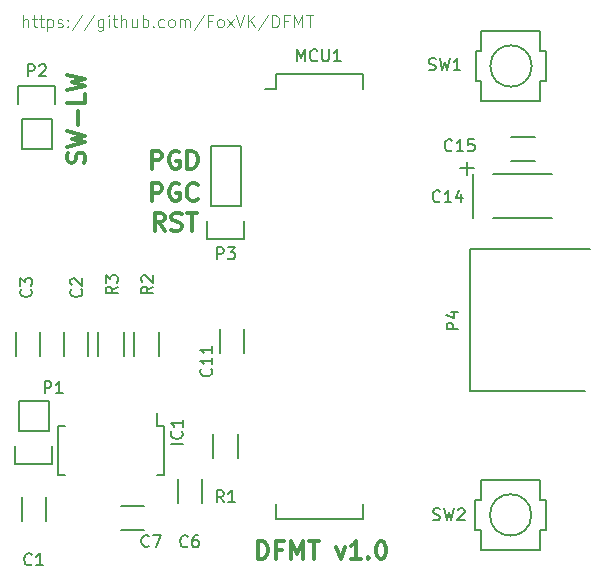
<source format=gto>
G04 #@! TF.FileFunction,Legend,Top*
%FSLAX45Y45*%
G04 Gerber Fmt 4.5, Leading zero omitted, Abs format (unit mm)*
G04 Created by KiCad (PCBNEW (2015-10-12 BZR 6264)-product) date Wed 14 Oct 2015 19:18:34 CEST*
%MOMM*%
G01*
G04 APERTURE LIST*
%ADD10C,0.100000*%
%ADD11C,0.120000*%
%ADD12C,0.300000*%
%ADD13C,0.150000*%
G04 APERTURE END LIST*
D10*
D11*
X170952Y-270238D02*
X170952Y-170238D01*
X213809Y-270238D02*
X213809Y-217857D01*
X209048Y-208333D01*
X199524Y-203571D01*
X185238Y-203571D01*
X175714Y-208333D01*
X170952Y-213095D01*
X247143Y-203571D02*
X285238Y-203571D01*
X261428Y-170238D02*
X261428Y-255952D01*
X266190Y-265476D01*
X275714Y-270238D01*
X285238Y-270238D01*
X304286Y-203571D02*
X342381Y-203571D01*
X318571Y-170238D02*
X318571Y-255952D01*
X323333Y-265476D01*
X332857Y-270238D01*
X342381Y-270238D01*
X375714Y-203571D02*
X375714Y-303571D01*
X375714Y-208333D02*
X385238Y-203571D01*
X404286Y-203571D01*
X413810Y-208333D01*
X418571Y-213095D01*
X423333Y-222619D01*
X423333Y-251190D01*
X418571Y-260714D01*
X413810Y-265476D01*
X404286Y-270238D01*
X385238Y-270238D01*
X375714Y-265476D01*
X461429Y-265476D02*
X470952Y-270238D01*
X490000Y-270238D01*
X499524Y-265476D01*
X504286Y-255952D01*
X504286Y-251190D01*
X499524Y-241667D01*
X490000Y-236905D01*
X475714Y-236905D01*
X466190Y-232143D01*
X461429Y-222619D01*
X461429Y-217857D01*
X466190Y-208333D01*
X475714Y-203571D01*
X490000Y-203571D01*
X499524Y-208333D01*
X547143Y-260714D02*
X551905Y-265476D01*
X547143Y-270238D01*
X542381Y-265476D01*
X547143Y-260714D01*
X547143Y-270238D01*
X547143Y-208333D02*
X551905Y-213095D01*
X547143Y-217857D01*
X542381Y-213095D01*
X547143Y-208333D01*
X547143Y-217857D01*
X666191Y-165476D02*
X580476Y-294048D01*
X770952Y-165476D02*
X685238Y-294048D01*
X847143Y-203571D02*
X847143Y-284524D01*
X842381Y-294048D01*
X837619Y-298810D01*
X828095Y-303571D01*
X813809Y-303571D01*
X804286Y-298810D01*
X847143Y-265476D02*
X837619Y-270238D01*
X818571Y-270238D01*
X809048Y-265476D01*
X804286Y-260714D01*
X799524Y-251190D01*
X799524Y-222619D01*
X804286Y-213095D01*
X809048Y-208333D01*
X818571Y-203571D01*
X837619Y-203571D01*
X847143Y-208333D01*
X894762Y-270238D02*
X894762Y-203571D01*
X894762Y-170238D02*
X890000Y-175000D01*
X894762Y-179762D01*
X899524Y-175000D01*
X894762Y-170238D01*
X894762Y-179762D01*
X928095Y-203571D02*
X966190Y-203571D01*
X942381Y-170238D02*
X942381Y-255952D01*
X947143Y-265476D01*
X956667Y-270238D01*
X966190Y-270238D01*
X999524Y-270238D02*
X999524Y-170238D01*
X1042381Y-270238D02*
X1042381Y-217857D01*
X1037619Y-208333D01*
X1028095Y-203571D01*
X1013809Y-203571D01*
X1004286Y-208333D01*
X999524Y-213095D01*
X1132857Y-203571D02*
X1132857Y-270238D01*
X1090000Y-203571D02*
X1090000Y-255952D01*
X1094762Y-265476D01*
X1104286Y-270238D01*
X1118572Y-270238D01*
X1128095Y-265476D01*
X1132857Y-260714D01*
X1180476Y-270238D02*
X1180476Y-170238D01*
X1180476Y-208333D02*
X1190000Y-203571D01*
X1209048Y-203571D01*
X1218572Y-208333D01*
X1223333Y-213095D01*
X1228095Y-222619D01*
X1228095Y-251190D01*
X1223333Y-260714D01*
X1218572Y-265476D01*
X1209048Y-270238D01*
X1190000Y-270238D01*
X1180476Y-265476D01*
X1270952Y-260714D02*
X1275714Y-265476D01*
X1270952Y-270238D01*
X1266191Y-265476D01*
X1270952Y-260714D01*
X1270952Y-270238D01*
X1361429Y-265476D02*
X1351905Y-270238D01*
X1332857Y-270238D01*
X1323333Y-265476D01*
X1318571Y-260714D01*
X1313810Y-251190D01*
X1313810Y-222619D01*
X1318571Y-213095D01*
X1323333Y-208333D01*
X1332857Y-203571D01*
X1351905Y-203571D01*
X1361429Y-208333D01*
X1418571Y-270238D02*
X1409048Y-265476D01*
X1404286Y-260714D01*
X1399524Y-251190D01*
X1399524Y-222619D01*
X1404286Y-213095D01*
X1409048Y-208333D01*
X1418571Y-203571D01*
X1432857Y-203571D01*
X1442381Y-208333D01*
X1447143Y-213095D01*
X1451905Y-222619D01*
X1451905Y-251190D01*
X1447143Y-260714D01*
X1442381Y-265476D01*
X1432857Y-270238D01*
X1418571Y-270238D01*
X1494762Y-270238D02*
X1494762Y-203571D01*
X1494762Y-213095D02*
X1499524Y-208333D01*
X1509048Y-203571D01*
X1523333Y-203571D01*
X1532857Y-208333D01*
X1537619Y-217857D01*
X1537619Y-270238D01*
X1537619Y-217857D02*
X1542381Y-208333D01*
X1551905Y-203571D01*
X1566190Y-203571D01*
X1575714Y-208333D01*
X1580476Y-217857D01*
X1580476Y-270238D01*
X1699524Y-165476D02*
X1613809Y-294048D01*
X1766190Y-217857D02*
X1732857Y-217857D01*
X1732857Y-270238D02*
X1732857Y-170238D01*
X1780476Y-170238D01*
X1832857Y-270238D02*
X1823333Y-265476D01*
X1818571Y-260714D01*
X1813809Y-251190D01*
X1813809Y-222619D01*
X1818571Y-213095D01*
X1823333Y-208333D01*
X1832857Y-203571D01*
X1847143Y-203571D01*
X1856667Y-208333D01*
X1861429Y-213095D01*
X1866190Y-222619D01*
X1866190Y-251190D01*
X1861429Y-260714D01*
X1856667Y-265476D01*
X1847143Y-270238D01*
X1832857Y-270238D01*
X1899524Y-270238D02*
X1951905Y-203571D01*
X1899524Y-203571D02*
X1951905Y-270238D01*
X1975714Y-170238D02*
X2009048Y-270238D01*
X2042381Y-170238D01*
X2075714Y-270238D02*
X2075714Y-170238D01*
X2132857Y-270238D02*
X2090000Y-213095D01*
X2132857Y-170238D02*
X2075714Y-227381D01*
X2247143Y-165476D02*
X2161429Y-294048D01*
X2280476Y-270238D02*
X2280476Y-170238D01*
X2304286Y-170238D01*
X2318572Y-175000D01*
X2328095Y-184524D01*
X2332857Y-194048D01*
X2337619Y-213095D01*
X2337619Y-227381D01*
X2332857Y-246429D01*
X2328095Y-255952D01*
X2318572Y-265476D01*
X2304286Y-270238D01*
X2280476Y-270238D01*
X2413810Y-217857D02*
X2380476Y-217857D01*
X2380476Y-270238D02*
X2380476Y-170238D01*
X2428095Y-170238D01*
X2466191Y-270238D02*
X2466191Y-170238D01*
X2499524Y-241667D01*
X2532857Y-170238D01*
X2532857Y-270238D01*
X2566191Y-170238D02*
X2623333Y-170238D01*
X2594762Y-270238D02*
X2594762Y-170238D01*
D12*
X1367857Y-1992857D02*
X1317857Y-1921429D01*
X1282143Y-1992857D02*
X1282143Y-1842857D01*
X1339286Y-1842857D01*
X1353572Y-1850000D01*
X1360714Y-1857143D01*
X1367857Y-1871429D01*
X1367857Y-1892857D01*
X1360714Y-1907143D01*
X1353572Y-1914286D01*
X1339286Y-1921429D01*
X1282143Y-1921429D01*
X1425000Y-1985714D02*
X1446429Y-1992857D01*
X1482143Y-1992857D01*
X1496429Y-1985714D01*
X1503571Y-1978571D01*
X1510714Y-1964286D01*
X1510714Y-1950000D01*
X1503571Y-1935714D01*
X1496429Y-1928571D01*
X1482143Y-1921429D01*
X1453571Y-1914286D01*
X1439286Y-1907143D01*
X1432143Y-1900000D01*
X1425000Y-1885714D01*
X1425000Y-1871429D01*
X1432143Y-1857143D01*
X1439286Y-1850000D01*
X1453571Y-1842857D01*
X1489286Y-1842857D01*
X1510714Y-1850000D01*
X1553571Y-1842857D02*
X1639286Y-1842857D01*
X1596429Y-1992857D02*
X1596429Y-1842857D01*
X1260714Y-1742857D02*
X1260714Y-1592857D01*
X1317857Y-1592857D01*
X1332143Y-1600000D01*
X1339286Y-1607143D01*
X1346429Y-1621429D01*
X1346429Y-1642857D01*
X1339286Y-1657143D01*
X1332143Y-1664286D01*
X1317857Y-1671429D01*
X1260714Y-1671429D01*
X1489286Y-1600000D02*
X1475000Y-1592857D01*
X1453571Y-1592857D01*
X1432143Y-1600000D01*
X1417857Y-1614286D01*
X1410714Y-1628571D01*
X1403571Y-1657143D01*
X1403571Y-1678571D01*
X1410714Y-1707143D01*
X1417857Y-1721429D01*
X1432143Y-1735714D01*
X1453571Y-1742857D01*
X1467857Y-1742857D01*
X1489286Y-1735714D01*
X1496429Y-1728571D01*
X1496429Y-1678571D01*
X1467857Y-1678571D01*
X1646429Y-1728571D02*
X1639286Y-1735714D01*
X1617857Y-1742857D01*
X1603571Y-1742857D01*
X1582143Y-1735714D01*
X1567857Y-1721429D01*
X1560714Y-1707143D01*
X1553571Y-1678571D01*
X1553571Y-1657143D01*
X1560714Y-1628571D01*
X1567857Y-1614286D01*
X1582143Y-1600000D01*
X1603571Y-1592857D01*
X1617857Y-1592857D01*
X1639286Y-1600000D01*
X1646429Y-1607143D01*
X1260714Y-1467857D02*
X1260714Y-1317857D01*
X1317857Y-1317857D01*
X1332143Y-1325000D01*
X1339286Y-1332143D01*
X1346429Y-1346429D01*
X1346429Y-1367857D01*
X1339286Y-1382143D01*
X1332143Y-1389286D01*
X1317857Y-1396429D01*
X1260714Y-1396429D01*
X1489286Y-1325000D02*
X1475000Y-1317857D01*
X1453571Y-1317857D01*
X1432143Y-1325000D01*
X1417857Y-1339286D01*
X1410714Y-1353571D01*
X1403571Y-1382143D01*
X1403571Y-1403571D01*
X1410714Y-1432143D01*
X1417857Y-1446429D01*
X1432143Y-1460714D01*
X1453571Y-1467857D01*
X1467857Y-1467857D01*
X1489286Y-1460714D01*
X1496429Y-1453571D01*
X1496429Y-1403571D01*
X1467857Y-1403571D01*
X1560714Y-1467857D02*
X1560714Y-1317857D01*
X1596429Y-1317857D01*
X1617857Y-1325000D01*
X1632143Y-1339286D01*
X1639286Y-1353571D01*
X1646429Y-1382143D01*
X1646429Y-1403571D01*
X1639286Y-1432143D01*
X1632143Y-1446429D01*
X1617857Y-1460714D01*
X1596429Y-1467857D01*
X1560714Y-1467857D01*
X685714Y-1417857D02*
X692857Y-1396429D01*
X692857Y-1360714D01*
X685714Y-1346429D01*
X678571Y-1339286D01*
X664286Y-1332143D01*
X650000Y-1332143D01*
X635714Y-1339286D01*
X628571Y-1346429D01*
X621429Y-1360714D01*
X614286Y-1389286D01*
X607143Y-1403571D01*
X600000Y-1410714D01*
X585714Y-1417857D01*
X571429Y-1417857D01*
X557143Y-1410714D01*
X550000Y-1403571D01*
X542857Y-1389286D01*
X542857Y-1353572D01*
X550000Y-1332143D01*
X542857Y-1282143D02*
X692857Y-1246429D01*
X585714Y-1217857D01*
X692857Y-1189286D01*
X542857Y-1153572D01*
X635714Y-1096429D02*
X635714Y-982143D01*
X692857Y-839286D02*
X692857Y-910714D01*
X542857Y-910714D01*
X542857Y-803571D02*
X692857Y-767857D01*
X585714Y-739286D01*
X692857Y-710714D01*
X542857Y-675000D01*
X2157514Y-4773457D02*
X2157514Y-4623457D01*
X2193229Y-4623457D01*
X2214657Y-4630600D01*
X2228943Y-4644886D01*
X2236086Y-4659171D01*
X2243229Y-4687743D01*
X2243229Y-4709171D01*
X2236086Y-4737743D01*
X2228943Y-4752029D01*
X2214657Y-4766314D01*
X2193229Y-4773457D01*
X2157514Y-4773457D01*
X2357514Y-4694886D02*
X2307514Y-4694886D01*
X2307514Y-4773457D02*
X2307514Y-4623457D01*
X2378943Y-4623457D01*
X2436086Y-4773457D02*
X2436086Y-4623457D01*
X2486086Y-4730600D01*
X2536086Y-4623457D01*
X2536086Y-4773457D01*
X2586086Y-4623457D02*
X2671800Y-4623457D01*
X2628943Y-4773457D02*
X2628943Y-4623457D01*
X2821800Y-4673457D02*
X2857514Y-4773457D01*
X2893229Y-4673457D01*
X3028943Y-4773457D02*
X2943229Y-4773457D01*
X2986086Y-4773457D02*
X2986086Y-4623457D01*
X2971800Y-4644886D01*
X2957514Y-4659171D01*
X2943229Y-4666314D01*
X3093229Y-4759171D02*
X3100371Y-4766314D01*
X3093229Y-4773457D01*
X3086086Y-4766314D01*
X3093229Y-4759171D01*
X3093229Y-4773457D01*
X3193229Y-4623457D02*
X3207514Y-4623457D01*
X3221800Y-4630600D01*
X3228943Y-4637743D01*
X3236086Y-4652029D01*
X3243229Y-4680600D01*
X3243229Y-4716314D01*
X3236086Y-4744886D01*
X3228943Y-4759171D01*
X3221800Y-4766314D01*
X3207514Y-4773457D01*
X3193229Y-4773457D01*
X3178943Y-4766314D01*
X3171800Y-4759171D01*
X3164657Y-4744886D01*
X3157514Y-4716314D01*
X3157514Y-4680600D01*
X3164657Y-4652029D01*
X3171800Y-4637743D01*
X3178943Y-4630600D01*
X3193229Y-4623457D01*
D13*
X155900Y-4250000D02*
X155900Y-4450000D01*
X360900Y-4450000D02*
X360900Y-4250000D01*
X717740Y-3054800D02*
X717740Y-2854800D01*
X512740Y-2854800D02*
X512740Y-3054800D01*
X310100Y-3053000D02*
X310100Y-2853000D01*
X105100Y-2853000D02*
X105100Y-3053000D01*
X1681700Y-4297600D02*
X1681700Y-4097600D01*
X1476700Y-4097600D02*
X1476700Y-4297600D01*
X996600Y-4528700D02*
X1196600Y-4528700D01*
X1196600Y-4323700D02*
X996600Y-4323700D01*
X1832300Y-2827600D02*
X1832300Y-3027600D01*
X2037300Y-3027600D02*
X2037300Y-2827600D01*
X3979884Y-1510008D02*
X3979884Y-1889992D01*
X4649936Y-1510008D02*
X4150064Y-1510008D01*
X4649682Y-1889992D02*
X4149810Y-1889992D01*
X3929592Y-1409678D02*
X3929592Y-1519660D01*
X3869648Y-1459716D02*
X3989536Y-1459716D01*
X4500000Y-1197500D02*
X4300000Y-1197500D01*
X4300000Y-1402500D02*
X4500000Y-1402500D01*
X1362740Y-3647300D02*
X1306990Y-3647300D01*
X1362740Y-4062300D02*
X1306990Y-4062300D01*
X467740Y-4062300D02*
X523490Y-4062300D01*
X467740Y-3647300D02*
X523490Y-3647300D01*
X1362740Y-3647300D02*
X1362740Y-4062300D01*
X467740Y-3647300D02*
X467740Y-4062300D01*
X1306990Y-3647300D02*
X1306990Y-3534800D01*
X2313500Y-670500D02*
X2313500Y-797500D01*
X3048500Y-670500D02*
X3048500Y-797500D01*
X3048500Y-4431500D02*
X3048500Y-4304500D01*
X2313500Y-4431500D02*
X2313500Y-4304500D01*
X2313500Y-670500D02*
X3048500Y-670500D01*
X2313500Y-4431500D02*
X3048500Y-4431500D01*
X2313500Y-797500D02*
X2220000Y-797500D01*
X131400Y-3689600D02*
X131400Y-3435600D01*
X103400Y-3971600D02*
X103400Y-3816600D01*
X131400Y-3689600D02*
X385400Y-3689600D01*
X413400Y-3816600D02*
X413400Y-3971600D01*
X413400Y-3971600D02*
X103400Y-3971600D01*
X385400Y-3689600D02*
X385400Y-3435600D01*
X385400Y-3435600D02*
X131400Y-3435600D01*
X410800Y-1048000D02*
X410800Y-1302000D01*
X438800Y-766000D02*
X438800Y-921000D01*
X410800Y-1048000D02*
X156800Y-1048000D01*
X128800Y-921000D02*
X128800Y-766000D01*
X128800Y-766000D02*
X438800Y-766000D01*
X156800Y-1048000D02*
X156800Y-1302000D01*
X156800Y-1302000D02*
X410800Y-1302000D01*
X2011000Y-1784600D02*
X2011000Y-1276600D01*
X2011000Y-1276600D02*
X1757000Y-1276600D01*
X1757000Y-1276600D02*
X1757000Y-1784600D01*
X1729000Y-2066600D02*
X1729000Y-1911600D01*
X1757000Y-1784600D02*
X2011000Y-1784600D01*
X2039000Y-1911600D02*
X2039000Y-2066600D01*
X2039000Y-2066600D02*
X1729000Y-2066600D01*
X1776500Y-3916600D02*
X1776500Y-3716600D01*
X1991500Y-3716600D02*
X1991500Y-3916600D01*
X1322740Y-2854800D02*
X1322740Y-3054800D01*
X1107740Y-3054800D02*
X1107740Y-2854800D01*
X1022740Y-2854800D02*
X1022740Y-3054800D01*
X807740Y-3054800D02*
X807740Y-2854800D01*
X4600000Y-725000D02*
X4600000Y-475000D01*
X4600000Y-475000D02*
X4550000Y-475000D01*
X4550000Y-475000D02*
X4550000Y-450000D01*
X4600000Y-725000D02*
X4550000Y-725000D01*
X4550000Y-725000D02*
X4550000Y-900000D01*
X4550000Y-900000D02*
X4050000Y-900000D01*
X4050000Y-900000D02*
X4050000Y-725000D01*
X4050000Y-725000D02*
X4000000Y-725000D01*
X4000000Y-725000D02*
X4000000Y-475000D01*
X4000000Y-475000D02*
X4050000Y-475000D01*
X4050000Y-475000D02*
X4050000Y-300000D01*
X4050000Y-300000D02*
X4550000Y-300000D01*
X4550000Y-300000D02*
X4550000Y-450000D01*
X4475000Y-600000D02*
G75*
G03X4475000Y-600000I-175000J0D01*
G01*
X4597000Y-4525800D02*
X4597000Y-4275800D01*
X4597000Y-4275800D02*
X4547000Y-4275800D01*
X4547000Y-4275800D02*
X4547000Y-4250800D01*
X4597000Y-4525800D02*
X4547000Y-4525800D01*
X4547000Y-4525800D02*
X4547000Y-4700800D01*
X4547000Y-4700800D02*
X4047000Y-4700800D01*
X4047000Y-4700800D02*
X4047000Y-4525800D01*
X4047000Y-4525800D02*
X3997000Y-4525800D01*
X3997000Y-4525800D02*
X3997000Y-4275800D01*
X3997000Y-4275800D02*
X4047000Y-4275800D01*
X4047000Y-4275800D02*
X4047000Y-4100800D01*
X4047000Y-4100800D02*
X4547000Y-4100800D01*
X4547000Y-4100800D02*
X4547000Y-4250800D01*
X4472000Y-4400800D02*
G75*
G03X4472000Y-4400800I-175000J0D01*
G01*
X3957200Y-2149800D02*
X4967200Y-2149800D01*
X3955200Y-2749800D02*
X3955200Y-2149800D01*
X4927200Y-3349800D02*
X3955200Y-3349800D01*
X3955200Y-3349800D02*
X3955200Y-2749800D01*
X241733Y-4817514D02*
X236971Y-4822276D01*
X222686Y-4827038D01*
X213162Y-4827038D01*
X198876Y-4822276D01*
X189352Y-4812752D01*
X184590Y-4803229D01*
X179829Y-4784181D01*
X179829Y-4769895D01*
X184590Y-4750848D01*
X189352Y-4741324D01*
X198876Y-4731800D01*
X213162Y-4727038D01*
X222686Y-4727038D01*
X236971Y-4731800D01*
X241733Y-4736562D01*
X336972Y-4827038D02*
X279829Y-4827038D01*
X308400Y-4827038D02*
X308400Y-4727038D01*
X298876Y-4741324D01*
X289352Y-4750848D01*
X279829Y-4755610D01*
X660714Y-2491667D02*
X665476Y-2496429D01*
X670238Y-2510714D01*
X670238Y-2520238D01*
X665476Y-2534524D01*
X655952Y-2544048D01*
X646429Y-2548810D01*
X627381Y-2553571D01*
X613095Y-2553571D01*
X594048Y-2548810D01*
X584524Y-2544048D01*
X575000Y-2534524D01*
X570238Y-2520238D01*
X570238Y-2510714D01*
X575000Y-2496429D01*
X579762Y-2491667D01*
X579762Y-2453571D02*
X575000Y-2448810D01*
X570238Y-2439286D01*
X570238Y-2415476D01*
X575000Y-2405952D01*
X579762Y-2401190D01*
X589286Y-2396429D01*
X598810Y-2396429D01*
X613095Y-2401190D01*
X670238Y-2458333D01*
X670238Y-2396429D01*
X235714Y-2491667D02*
X240476Y-2496429D01*
X245238Y-2510714D01*
X245238Y-2520238D01*
X240476Y-2534524D01*
X230952Y-2544048D01*
X221429Y-2548810D01*
X202381Y-2553571D01*
X188095Y-2553571D01*
X169048Y-2548810D01*
X159524Y-2544048D01*
X150000Y-2534524D01*
X145238Y-2520238D01*
X145238Y-2510714D01*
X150000Y-2496429D01*
X154762Y-2491667D01*
X145238Y-2458333D02*
X145238Y-2396429D01*
X183333Y-2429762D01*
X183333Y-2415476D01*
X188095Y-2405952D01*
X192857Y-2401190D01*
X202381Y-2396429D01*
X226190Y-2396429D01*
X235714Y-2401190D01*
X240476Y-2405952D01*
X245238Y-2415476D01*
X245238Y-2444048D01*
X240476Y-2453571D01*
X235714Y-2458333D01*
X1562533Y-4665114D02*
X1557771Y-4669876D01*
X1543486Y-4674638D01*
X1533962Y-4674638D01*
X1519676Y-4669876D01*
X1510152Y-4660352D01*
X1505390Y-4650829D01*
X1500629Y-4631781D01*
X1500629Y-4617495D01*
X1505390Y-4598448D01*
X1510152Y-4588924D01*
X1519676Y-4579400D01*
X1533962Y-4574638D01*
X1543486Y-4574638D01*
X1557771Y-4579400D01*
X1562533Y-4584162D01*
X1648248Y-4574638D02*
X1629200Y-4574638D01*
X1619676Y-4579400D01*
X1614914Y-4584162D01*
X1605390Y-4598448D01*
X1600629Y-4617495D01*
X1600629Y-4655591D01*
X1605390Y-4665114D01*
X1610152Y-4669876D01*
X1619676Y-4674638D01*
X1638724Y-4674638D01*
X1648248Y-4669876D01*
X1653010Y-4665114D01*
X1657771Y-4655591D01*
X1657771Y-4631781D01*
X1653010Y-4622257D01*
X1648248Y-4617495D01*
X1638724Y-4612733D01*
X1619676Y-4612733D01*
X1610152Y-4617495D01*
X1605390Y-4622257D01*
X1600629Y-4631781D01*
X1233333Y-4660714D02*
X1228572Y-4665476D01*
X1214286Y-4670238D01*
X1204762Y-4670238D01*
X1190476Y-4665476D01*
X1180952Y-4655952D01*
X1176191Y-4646429D01*
X1171429Y-4627381D01*
X1171429Y-4613095D01*
X1176191Y-4594048D01*
X1180952Y-4584524D01*
X1190476Y-4575000D01*
X1204762Y-4570238D01*
X1214286Y-4570238D01*
X1228572Y-4575000D01*
X1233333Y-4579762D01*
X1266667Y-4570238D02*
X1333333Y-4570238D01*
X1290476Y-4670238D01*
X1760714Y-3164286D02*
X1765476Y-3169048D01*
X1770238Y-3183333D01*
X1770238Y-3192857D01*
X1765476Y-3207143D01*
X1755952Y-3216667D01*
X1746429Y-3221429D01*
X1727381Y-3226190D01*
X1713095Y-3226190D01*
X1694048Y-3221429D01*
X1684524Y-3216667D01*
X1675000Y-3207143D01*
X1670238Y-3192857D01*
X1670238Y-3183333D01*
X1675000Y-3169048D01*
X1679762Y-3164286D01*
X1770238Y-3069048D02*
X1770238Y-3126190D01*
X1770238Y-3097619D02*
X1670238Y-3097619D01*
X1684524Y-3107143D01*
X1694048Y-3116667D01*
X1698809Y-3126190D01*
X1770238Y-2973809D02*
X1770238Y-3030952D01*
X1770238Y-3002381D02*
X1670238Y-3002381D01*
X1684524Y-3011905D01*
X1694048Y-3021429D01*
X1698809Y-3030952D01*
X3699314Y-1744114D02*
X3694552Y-1748876D01*
X3680267Y-1753638D01*
X3670743Y-1753638D01*
X3656457Y-1748876D01*
X3646933Y-1739352D01*
X3642171Y-1729829D01*
X3637409Y-1710781D01*
X3637409Y-1696495D01*
X3642171Y-1677448D01*
X3646933Y-1667924D01*
X3656457Y-1658400D01*
X3670743Y-1653638D01*
X3680267Y-1653638D01*
X3694552Y-1658400D01*
X3699314Y-1663162D01*
X3794552Y-1753638D02*
X3737409Y-1753638D01*
X3765981Y-1753638D02*
X3765981Y-1653638D01*
X3756457Y-1667924D01*
X3746933Y-1677448D01*
X3737409Y-1682209D01*
X3880267Y-1686971D02*
X3880267Y-1753638D01*
X3856457Y-1648876D02*
X3832648Y-1720305D01*
X3894552Y-1720305D01*
X3891751Y-1467113D02*
X3967941Y-1467113D01*
X3929846Y-1505208D02*
X3929846Y-1429018D01*
X3800914Y-1312314D02*
X3796152Y-1317076D01*
X3781867Y-1321838D01*
X3772343Y-1321838D01*
X3758057Y-1317076D01*
X3748533Y-1307552D01*
X3743771Y-1298029D01*
X3739009Y-1278981D01*
X3739009Y-1264695D01*
X3743771Y-1245648D01*
X3748533Y-1236124D01*
X3758057Y-1226600D01*
X3772343Y-1221838D01*
X3781867Y-1221838D01*
X3796152Y-1226600D01*
X3800914Y-1231362D01*
X3896152Y-1321838D02*
X3839009Y-1321838D01*
X3867581Y-1321838D02*
X3867581Y-1221838D01*
X3858057Y-1236124D01*
X3848533Y-1245648D01*
X3839009Y-1250410D01*
X3986629Y-1221838D02*
X3939009Y-1221838D01*
X3934248Y-1269457D01*
X3939009Y-1264695D01*
X3948533Y-1259933D01*
X3972343Y-1259933D01*
X3981867Y-1264695D01*
X3986629Y-1269457D01*
X3991390Y-1278981D01*
X3991390Y-1302791D01*
X3986629Y-1312314D01*
X3981867Y-1317076D01*
X3972343Y-1321838D01*
X3948533Y-1321838D01*
X3939009Y-1317076D01*
X3934248Y-1312314D01*
X1520238Y-3797619D02*
X1420238Y-3797619D01*
X1510714Y-3692857D02*
X1515476Y-3697619D01*
X1520238Y-3711905D01*
X1520238Y-3721428D01*
X1515476Y-3735714D01*
X1505952Y-3745238D01*
X1496429Y-3750000D01*
X1477381Y-3754762D01*
X1463095Y-3754762D01*
X1444048Y-3750000D01*
X1434524Y-3745238D01*
X1425000Y-3735714D01*
X1420238Y-3721428D01*
X1420238Y-3711905D01*
X1425000Y-3697619D01*
X1429762Y-3692857D01*
X1520238Y-3597619D02*
X1520238Y-3654762D01*
X1520238Y-3626190D02*
X1420238Y-3626190D01*
X1434524Y-3635714D01*
X1444048Y-3645238D01*
X1448809Y-3654762D01*
X2488067Y-559838D02*
X2488067Y-459838D01*
X2521400Y-531267D01*
X2554733Y-459838D01*
X2554733Y-559838D01*
X2659495Y-550314D02*
X2654733Y-555076D01*
X2640448Y-559838D01*
X2630924Y-559838D01*
X2616638Y-555076D01*
X2607114Y-545552D01*
X2602352Y-536029D01*
X2597591Y-516981D01*
X2597591Y-502695D01*
X2602352Y-483648D01*
X2607114Y-474124D01*
X2616638Y-464600D01*
X2630924Y-459838D01*
X2640448Y-459838D01*
X2654733Y-464600D01*
X2659495Y-469362D01*
X2702352Y-459838D02*
X2702352Y-540791D01*
X2707114Y-550314D01*
X2711876Y-555076D01*
X2721400Y-559838D01*
X2740448Y-559838D01*
X2749972Y-555076D01*
X2754733Y-550314D01*
X2759495Y-540791D01*
X2759495Y-459838D01*
X2859495Y-559838D02*
X2802352Y-559838D01*
X2830924Y-559838D02*
X2830924Y-459838D01*
X2821400Y-474124D01*
X2811876Y-483648D01*
X2802352Y-488409D01*
X351190Y-3370238D02*
X351190Y-3270238D01*
X389286Y-3270238D01*
X398810Y-3275000D01*
X403571Y-3279762D01*
X408333Y-3289286D01*
X408333Y-3303571D01*
X403571Y-3313095D01*
X398810Y-3317857D01*
X389286Y-3322619D01*
X351190Y-3322619D01*
X503571Y-3370238D02*
X446429Y-3370238D01*
X475000Y-3370238D02*
X475000Y-3270238D01*
X465476Y-3284524D01*
X455952Y-3294048D01*
X446429Y-3298809D01*
X209990Y-686838D02*
X209990Y-586838D01*
X248086Y-586838D01*
X257610Y-591600D01*
X262372Y-596362D01*
X267133Y-605886D01*
X267133Y-620171D01*
X262372Y-629695D01*
X257610Y-634457D01*
X248086Y-639219D01*
X209990Y-639219D01*
X305229Y-596362D02*
X309991Y-591600D01*
X319514Y-586838D01*
X343324Y-586838D01*
X352848Y-591600D01*
X357610Y-596362D01*
X362371Y-605886D01*
X362371Y-615410D01*
X357610Y-629695D01*
X300467Y-686838D01*
X362371Y-686838D01*
X1810190Y-2236238D02*
X1810190Y-2136238D01*
X1848286Y-2136238D01*
X1857810Y-2141000D01*
X1862571Y-2145762D01*
X1867333Y-2155286D01*
X1867333Y-2169571D01*
X1862571Y-2179095D01*
X1857810Y-2183857D01*
X1848286Y-2188619D01*
X1810190Y-2188619D01*
X1900667Y-2136238D02*
X1962571Y-2136238D01*
X1929238Y-2174333D01*
X1943524Y-2174333D01*
X1953048Y-2179095D01*
X1957810Y-2183857D01*
X1962571Y-2193381D01*
X1962571Y-2217191D01*
X1957810Y-2226714D01*
X1953048Y-2231476D01*
X1943524Y-2236238D01*
X1914952Y-2236238D01*
X1905429Y-2231476D01*
X1900667Y-2226714D01*
X1867333Y-4293638D02*
X1834000Y-4246019D01*
X1810190Y-4293638D02*
X1810190Y-4193638D01*
X1848286Y-4193638D01*
X1857810Y-4198400D01*
X1862571Y-4203162D01*
X1867333Y-4212686D01*
X1867333Y-4226971D01*
X1862571Y-4236495D01*
X1857810Y-4241257D01*
X1848286Y-4246019D01*
X1810190Y-4246019D01*
X1962571Y-4293638D02*
X1905429Y-4293638D01*
X1934000Y-4293638D02*
X1934000Y-4193638D01*
X1924476Y-4207924D01*
X1914952Y-4217448D01*
X1905429Y-4222210D01*
X1270238Y-2466667D02*
X1222619Y-2500000D01*
X1270238Y-2523810D02*
X1170238Y-2523810D01*
X1170238Y-2485714D01*
X1175000Y-2476190D01*
X1179762Y-2471429D01*
X1189286Y-2466667D01*
X1203571Y-2466667D01*
X1213095Y-2471429D01*
X1217857Y-2476190D01*
X1222619Y-2485714D01*
X1222619Y-2523810D01*
X1179762Y-2428571D02*
X1175000Y-2423810D01*
X1170238Y-2414286D01*
X1170238Y-2390476D01*
X1175000Y-2380952D01*
X1179762Y-2376190D01*
X1189286Y-2371429D01*
X1198810Y-2371429D01*
X1213095Y-2376190D01*
X1270238Y-2433333D01*
X1270238Y-2371429D01*
X970238Y-2466667D02*
X922619Y-2500000D01*
X970238Y-2523810D02*
X870238Y-2523810D01*
X870238Y-2485714D01*
X875000Y-2476190D01*
X879762Y-2471429D01*
X889286Y-2466667D01*
X903571Y-2466667D01*
X913095Y-2471429D01*
X917857Y-2476190D01*
X922619Y-2485714D01*
X922619Y-2523810D01*
X870238Y-2433333D02*
X870238Y-2371429D01*
X908333Y-2404762D01*
X908333Y-2390476D01*
X913095Y-2380952D01*
X917857Y-2376190D01*
X927381Y-2371429D01*
X951190Y-2371429D01*
X960714Y-2376190D01*
X965476Y-2380952D01*
X970238Y-2390476D01*
X970238Y-2419048D01*
X965476Y-2428571D01*
X960714Y-2433333D01*
X3604867Y-631276D02*
X3619152Y-636038D01*
X3642962Y-636038D01*
X3652486Y-631276D01*
X3657248Y-626514D01*
X3662010Y-616991D01*
X3662010Y-607467D01*
X3657248Y-597943D01*
X3652486Y-593181D01*
X3642962Y-588419D01*
X3623914Y-583657D01*
X3614390Y-578895D01*
X3609629Y-574133D01*
X3604867Y-564610D01*
X3604867Y-555086D01*
X3609629Y-545562D01*
X3614390Y-540800D01*
X3623914Y-536038D01*
X3647724Y-536038D01*
X3662010Y-540800D01*
X3695343Y-536038D02*
X3719152Y-636038D01*
X3738200Y-564610D01*
X3757248Y-636038D01*
X3781057Y-536038D01*
X3871533Y-636038D02*
X3814390Y-636038D01*
X3842962Y-636038D02*
X3842962Y-536038D01*
X3833438Y-550324D01*
X3823914Y-559848D01*
X3814390Y-564610D01*
X3641667Y-4440476D02*
X3655952Y-4445238D01*
X3679762Y-4445238D01*
X3689286Y-4440476D01*
X3694048Y-4435714D01*
X3698810Y-4426191D01*
X3698810Y-4416667D01*
X3694048Y-4407143D01*
X3689286Y-4402381D01*
X3679762Y-4397619D01*
X3660714Y-4392857D01*
X3651190Y-4388095D01*
X3646429Y-4383333D01*
X3641667Y-4373810D01*
X3641667Y-4364286D01*
X3646429Y-4354762D01*
X3651190Y-4350000D01*
X3660714Y-4345238D01*
X3684524Y-4345238D01*
X3698810Y-4350000D01*
X3732143Y-4345238D02*
X3755952Y-4445238D01*
X3775000Y-4373810D01*
X3794048Y-4445238D01*
X3817857Y-4345238D01*
X3851190Y-4354762D02*
X3855952Y-4350000D01*
X3865476Y-4345238D01*
X3889286Y-4345238D01*
X3898810Y-4350000D01*
X3903571Y-4354762D01*
X3908333Y-4364286D01*
X3908333Y-4373810D01*
X3903571Y-4388095D01*
X3846429Y-4445238D01*
X3908333Y-4445238D01*
X3855238Y-2828809D02*
X3755238Y-2828809D01*
X3755238Y-2790714D01*
X3760000Y-2781190D01*
X3764762Y-2776429D01*
X3774286Y-2771667D01*
X3788571Y-2771667D01*
X3798095Y-2776429D01*
X3802857Y-2781190D01*
X3807619Y-2790714D01*
X3807619Y-2828809D01*
X3788571Y-2685952D02*
X3855238Y-2685952D01*
X3750476Y-2709762D02*
X3821905Y-2733571D01*
X3821905Y-2671667D01*
M02*

</source>
